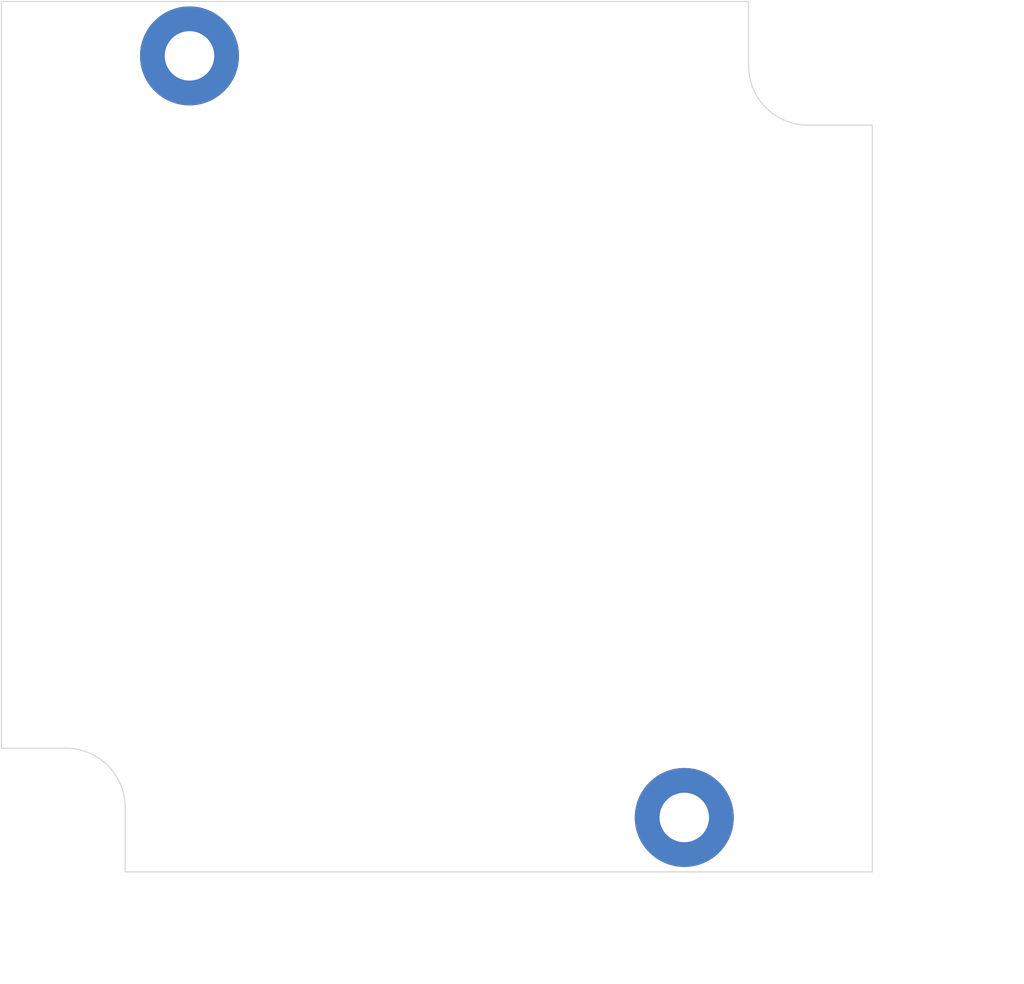
<source format=kicad_pcb>
(kicad_pcb (version 20171130) (host pcbnew "(5.1.4)-1")

  (general
    (thickness 1.6)
    (drawings 12)
    (tracks 0)
    (zones 0)
    (modules 2)
    (nets 1)
  )

  (page A4)
  (layers
    (0 F.Cu signal)
    (31 B.Cu signal)
    (32 B.Adhes user)
    (33 F.Adhes user)
    (34 B.Paste user)
    (35 F.Paste user)
    (36 B.SilkS user)
    (37 F.SilkS user)
    (38 B.Mask user)
    (39 F.Mask user)
    (40 Dwgs.User user)
    (41 Cmts.User user)
    (42 Eco1.User user)
    (43 Eco2.User user)
    (44 Edge.Cuts user)
    (45 Margin user)
    (46 B.CrtYd user)
    (47 F.CrtYd user)
    (48 B.Fab user)
    (49 F.Fab user)
  )

  (setup
    (last_trace_width 0.25)
    (trace_clearance 0.2)
    (zone_clearance 0.508)
    (zone_45_only no)
    (trace_min 0.2)
    (via_size 0.8)
    (via_drill 0.4)
    (via_min_size 0.4)
    (via_min_drill 0.3)
    (uvia_size 0.3)
    (uvia_drill 0.1)
    (uvias_allowed no)
    (uvia_min_size 0.2)
    (uvia_min_drill 0.1)
    (edge_width 0.05)
    (segment_width 0.2)
    (pcb_text_width 0.3)
    (pcb_text_size 1.5 1.5)
    (mod_edge_width 0.12)
    (mod_text_size 1 1)
    (mod_text_width 0.15)
    (pad_size 1.524 1.524)
    (pad_drill 0.762)
    (pad_to_mask_clearance 0.051)
    (solder_mask_min_width 0.25)
    (aux_axis_origin 15 59)
    (visible_elements 7FFFFFFF)
    (pcbplotparams
      (layerselection 0x010fc_ffffffff)
      (usegerberextensions false)
      (usegerberattributes false)
      (usegerberadvancedattributes false)
      (creategerberjobfile false)
      (excludeedgelayer true)
      (linewidth 0.100000)
      (plotframeref false)
      (viasonmask false)
      (mode 1)
      (useauxorigin false)
      (hpglpennumber 1)
      (hpglpenspeed 20)
      (hpglpendiameter 15.000000)
      (psnegative false)
      (psa4output false)
      (plotreference true)
      (plotvalue true)
      (plotinvisibletext false)
      (padsonsilk false)
      (subtractmaskfromsilk false)
      (outputformat 1)
      (mirror false)
      (drillshape 1)
      (scaleselection 1)
      (outputdirectory ""))
  )

  (net 0 "")

  (net_class Default "This is the default net class."
    (clearance 0.2)
    (trace_width 0.25)
    (via_dia 0.8)
    (via_drill 0.4)
    (uvia_dia 0.3)
    (uvia_drill 0.1)
  )

  (module MountingHole:MountingHole_2.5mm_Pad (layer F.Cu) (tedit 56D1B4CB) (tstamp 5D72D0B8)
    (at 49.5 56.25)
    (descr "Mounting Hole 2.5mm")
    (tags "mounting hole 2.5mm")
    (attr virtual)
    (fp_text reference ~ (at 0 -3.5) (layer F.SilkS) hide
      (effects (font (size 1 1) (thickness 0.15)))
    )
    (fp_text value ~ (at 0 3.5) (layer F.Fab) hide
      (effects (font (size 1 1) (thickness 0.15)))
    )
    (fp_text user %R (at 0.3 0) (layer F.Fab)
      (effects (font (size 1 1) (thickness 0.15)))
    )
    (fp_circle (center 0 0) (end 2.5 0) (layer Cmts.User) (width 0.15))
    (fp_circle (center 0 0) (end 2.75 0) (layer F.CrtYd) (width 0.05))
    (pad 1 thru_hole circle (at 0 0) (size 5 5) (drill 2.5) (layers *.Cu *.Mask))
  )

  (module MountingHole:MountingHole_2.5mm_Pad (layer F.Cu) (tedit 56D1B4CB) (tstamp 5D72D056)
    (at 24.5 17.75)
    (descr "Mounting Hole 2.5mm")
    (tags "mounting hole 2.5mm")
    (attr virtual)
    (fp_text reference ~ (at 0 -3.5) (layer F.SilkS) hide
      (effects (font (size 1 1) (thickness 0.15)))
    )
    (fp_text value ~ (at 0 3.5) (layer F.Fab) hide
      (effects (font (size 1 1) (thickness 0.15)))
    )
    (fp_circle (center 0 0) (end 2.75 0) (layer F.CrtYd) (width 0.05))
    (fp_circle (center 0 0) (end 2.5 0) (layer Cmts.User) (width 0.15))
    (fp_text user %R (at 0.3 0) (layer F.Fab)
      (effects (font (size 1 1) (thickness 0.15)))
    )
    (pad 1 thru_hole circle (at 0 0) (size 5 5) (drill 2.5) (layers *.Cu *.Mask))
  )

  (gr_arc (start 55.75 18.25) (end 52.75 18.25) (angle -90) (layer Edge.Cuts) (width 0.05) (tstamp 5D72E7F3))
  (gr_arc (start 18.25 55.75) (end 21.25 55.75) (angle -90) (layer Edge.Cuts) (width 0.05))
  (gr_line (start 18.25 52.75) (end 15 52.75) (layer Edge.Cuts) (width 0.05))
  (gr_line (start 21.25 59) (end 21.25 55.75) (layer Edge.Cuts) (width 0.05))
  (gr_line (start 52.75 18.25) (end 52.75 15) (layer Edge.Cuts) (width 0.05))
  (gr_line (start 59 21.25) (end 55.75 21.25) (layer Edge.Cuts) (width 0.05))
  (dimension 44 (width 0.15) (layer Dwgs.User)
    (gr_text "44,000 mm" (at 65.3 37 90) (layer Dwgs.User)
      (effects (font (size 1 1) (thickness 0.15)))
    )
    (feature1 (pts (xy 59 15) (xy 64.586421 15)))
    (feature2 (pts (xy 59 59) (xy 64.586421 59)))
    (crossbar (pts (xy 64 59) (xy 64 15)))
    (arrow1a (pts (xy 64 15) (xy 64.586421 16.126504)))
    (arrow1b (pts (xy 64 15) (xy 63.413579 16.126504)))
    (arrow2a (pts (xy 64 59) (xy 64.586421 57.873496)))
    (arrow2b (pts (xy 64 59) (xy 63.413579 57.873496)))
  )
  (dimension 44 (width 0.15) (layer Dwgs.User)
    (gr_text "44,000 mm" (at 37 65.3) (layer Dwgs.User)
      (effects (font (size 1 1) (thickness 0.15)))
    )
    (feature1 (pts (xy 59 59) (xy 59 64.586421)))
    (feature2 (pts (xy 15 59) (xy 15 64.586421)))
    (crossbar (pts (xy 15 64) (xy 59 64)))
    (arrow1a (pts (xy 59 64) (xy 57.873496 64.586421)))
    (arrow1b (pts (xy 59 64) (xy 57.873496 63.413579)))
    (arrow2a (pts (xy 15 64) (xy 16.126504 64.586421)))
    (arrow2b (pts (xy 15 64) (xy 16.126504 63.413579)))
  )
  (gr_line (start 15 52.75) (end 15 15) (layer Edge.Cuts) (width 0.05) (tstamp 5D72E779))
  (gr_line (start 59 59) (end 21.25 59) (layer Edge.Cuts) (width 0.05))
  (gr_line (start 59 21.25) (end 59 59) (layer Edge.Cuts) (width 0.05))
  (gr_line (start 15 15) (end 52.75 15) (layer Edge.Cuts) (width 0.05))

)

</source>
